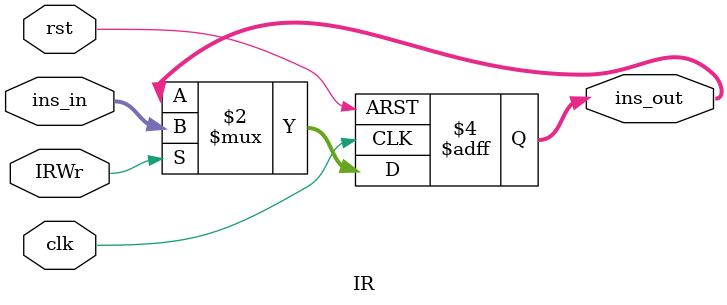
<source format=v>
`timescale 1ns / 1ps

module IR (
   input    clk,
   input    rst,
   input    IRWr, 
   input  [31:0] ins_in,       //Ö¸ÁîÊäÈë
   output reg [31:0] ins_out      //Ö¸ÁîÊä³ö
);
    always @(posedge clk or posedge rst) 
        begin
            if(rst)
                ins_out <= 0;
            else if (IRWr)
                ins_out <= ins_in;
        end

endmodule
</source>
